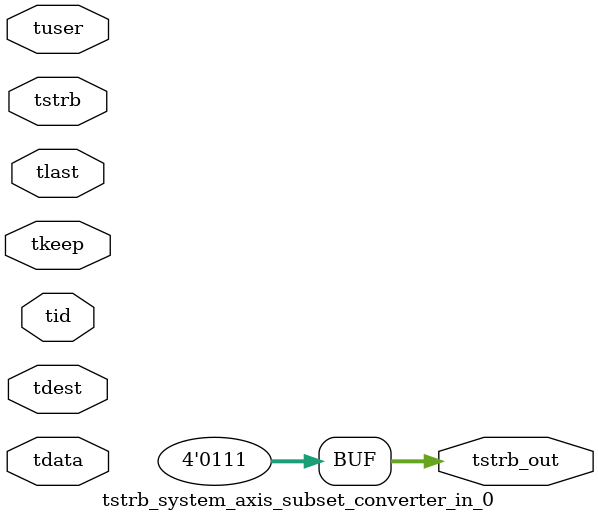
<source format=v>


`timescale 1ps/1ps

module tstrb_system_axis_subset_converter_in_0 #
(
parameter C_S_AXIS_TDATA_WIDTH = 32,
parameter C_S_AXIS_TUSER_WIDTH = 0,
parameter C_S_AXIS_TID_WIDTH   = 0,
parameter C_S_AXIS_TDEST_WIDTH = 0,
parameter C_M_AXIS_TDATA_WIDTH = 32
)
(
input  [(C_S_AXIS_TDATA_WIDTH == 0 ? 1 : C_S_AXIS_TDATA_WIDTH)-1:0     ] tdata,
input  [(C_S_AXIS_TUSER_WIDTH == 0 ? 1 : C_S_AXIS_TUSER_WIDTH)-1:0     ] tuser,
input  [(C_S_AXIS_TID_WIDTH   == 0 ? 1 : C_S_AXIS_TID_WIDTH)-1:0       ] tid,
input  [(C_S_AXIS_TDEST_WIDTH == 0 ? 1 : C_S_AXIS_TDEST_WIDTH)-1:0     ] tdest,
input  [(C_S_AXIS_TDATA_WIDTH/8)-1:0 ] tkeep,
input  [(C_S_AXIS_TDATA_WIDTH/8)-1:0 ] tstrb,
input                                                                    tlast,
output [(C_M_AXIS_TDATA_WIDTH/8)-1:0 ] tstrb_out
);

assign tstrb_out = {3'b111};

endmodule


</source>
